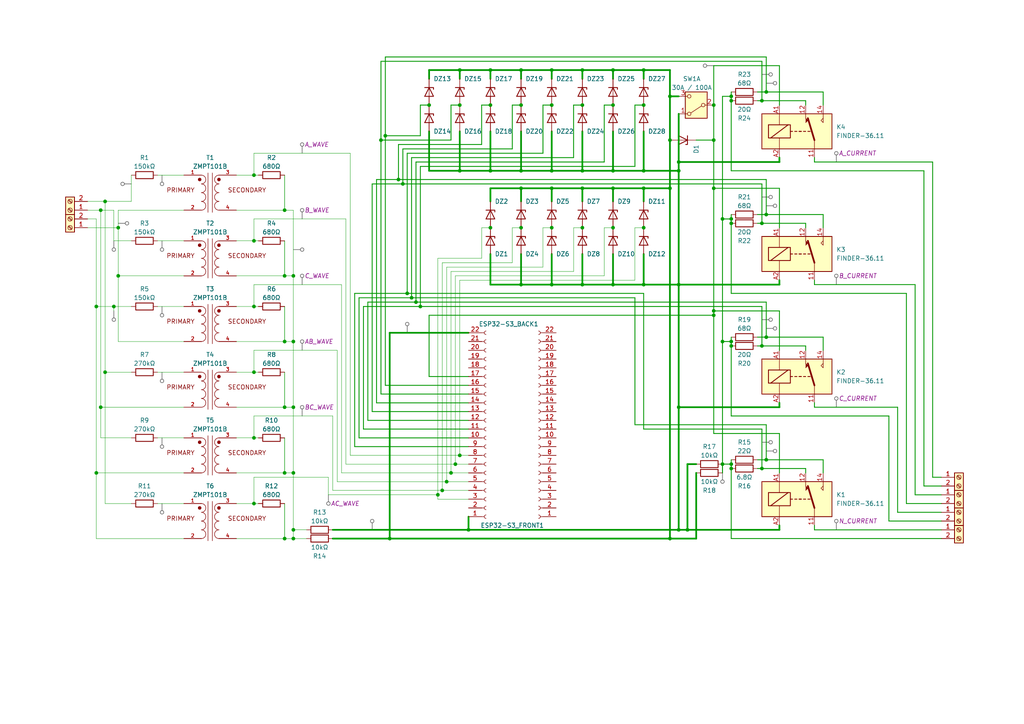
<source format=kicad_sch>
(kicad_sch (version 20230121) (generator eeschema)
  (paper "A4")
  (junction (at 207.01 54.61))
  (junction (at 212.09 135.89))
  (junction (at 212.09 100.33))
  (junction (at 130.81 137.16))
  (junction (at 222.25 62.23))
  (junction (at 133.35 30.48))
  (junction (at 209.55 99.06))
  (junction (at 177.8 30.48))
  (junction (at 132.08 134.62))
  (junction (at 142.24 30.48))
  (junction (at 34.29 66.04))
  (junction (at 142.24 66.04))
  (junction (at 222.25 133.35))
  (junction (at 29.21 118.11))
  (junction (at 209.55 63.5))
  (junction (at 73.66 107.95))
  (junction (at 168.91 30.48))
  (junction (at 177.8 49.53))
  (junction (at 82.55 99.06))
  (junction (at 168.91 66.04))
  (junction (at 128.27 142.24))
  (junction (at 186.69 82.55))
  (junction (at 133.35 49.53))
  (junction (at 82.55 118.11))
  (junction (at 160.02 20.32))
  (junction (at 186.69 30.48))
  (junction (at 151.13 30.48))
  (junction (at 199.39 153.67))
  (junction (at 186.69 20.32))
  (junction (at 186.69 66.04))
  (junction (at 151.13 54.61))
  (junction (at 177.8 82.55))
  (junction (at 212.09 64.77))
  (junction (at 212.09 99.06))
  (junction (at 116.84 53.34))
  (junction (at 85.09 118.11))
  (junction (at 177.8 20.32))
  (junction (at 133.35 20.32))
  (junction (at 207.01 40.64))
  (junction (at 207.01 91.44))
  (junction (at 194.31 156.21))
  (junction (at 220.98 29.21))
  (junction (at 85.09 137.16))
  (junction (at 212.09 27.94))
  (junction (at 110.49 40.64))
  (junction (at 85.09 80.01))
  (junction (at 168.91 54.61))
  (junction (at 212.09 134.62))
  (junction (at 151.13 20.32))
  (junction (at 151.13 49.53))
  (junction (at 196.85 49.53))
  (junction (at 27.94 88.9))
  (junction (at 85.09 156.21))
  (junction (at 33.02 88.9))
  (junction (at 29.21 60.96))
  (junction (at 151.13 66.04))
  (junction (at 85.09 99.06))
  (junction (at 196.85 46.99))
  (junction (at 82.55 80.01))
  (junction (at 212.09 63.5))
  (junction (at 135.89 153.67))
  (junction (at 222.25 26.67))
  (junction (at 220.98 64.77))
  (junction (at 177.8 66.04))
  (junction (at 124.46 30.48))
  (junction (at 220.98 100.33))
  (junction (at 160.02 30.48))
  (junction (at 207.01 90.17))
  (junction (at 194.31 40.64))
  (junction (at 160.02 54.61))
  (junction (at 194.31 27.94))
  (junction (at 222.25 97.79))
  (junction (at 73.66 88.9))
  (junction (at 73.66 146.05))
  (junction (at 73.66 50.8))
  (junction (at 73.66 127))
  (junction (at 168.91 82.55))
  (junction (at 82.55 137.16))
  (junction (at 121.92 88.9))
  (junction (at 186.69 49.53))
  (junction (at 111.76 39.37))
  (junction (at 142.24 20.32))
  (junction (at 160.02 66.04))
  (junction (at 120.65 87.63))
  (junction (at 27.94 137.16))
  (junction (at 113.03 156.21))
  (junction (at 119.38 86.36))
  (junction (at 212.09 29.21))
  (junction (at 118.11 85.09))
  (junction (at 186.69 54.61))
  (junction (at 34.29 80.01))
  (junction (at 177.8 54.61))
  (junction (at 196.85 82.55))
  (junction (at 168.91 20.32))
  (junction (at 129.54 139.7))
  (junction (at 30.48 58.42))
  (junction (at 30.48 107.95))
  (junction (at 115.57 52.07))
  (junction (at 85.09 153.67))
  (junction (at 82.55 60.96))
  (junction (at 160.02 82.55))
  (junction (at 82.55 156.21))
  (junction (at 160.02 49.53))
  (junction (at 127 143.51))
  (junction (at 196.85 153.67))
  (junction (at 209.55 134.62))
  (junction (at 196.85 118.11))
  (junction (at 133.35 132.08))
  (junction (at 151.13 82.55))
  (junction (at 168.91 49.53))
  (junction (at 220.98 135.89))
  (junction (at 207.01 30.48))
  (junction (at 194.31 54.61))
  (junction (at 73.66 69.85))
  (junction (at 142.24 49.53))
  (wire (pts (xy 68.58 146.05) (xy 73.66 146.05)) (stroke (width 0.1)))
  (wire (pts (xy 207.01 19.05) (xy 226.06 19.05)) (stroke (width 0.25)))
  (wire (pts (xy 186.69 85.09) (xy 118.11 85.09)) (stroke (width 0.25)))
  (wire (pts (xy 120.65 46.99) (xy 175.26 46.99)) (stroke (width 0.25)))
  (wire (pts (xy 238.76 97.79) (xy 222.25 97.79)) (stroke (width 0.25)))
  (wire (pts (xy 82.55 146.05) (xy 82.55 156.21)))
  (wire (pts (xy 212.09 85.09) (xy 262.89 85.09)) (stroke (width 0.25)))
  (wire (pts (xy 119.38 86.36) (xy 104.14 86.36)) (stroke (width 0.25)))
  (wire (pts (xy 68.58 156.21) (xy 82.55 156.21)) (stroke (width 0.1)))
  (wire (pts (xy 184.15 81.28) (xy 184.15 66.04)) (stroke (width 0.1)))
  (wire (pts (xy 212.09 134.62) (xy 212.09 135.89)) (stroke (width 0.25)))
  (wire (pts (xy 267.97 49.53) (xy 267.97 140.97)) (stroke (width 0.25)))
  (wire (pts (xy 34.29 99.06) (xy 53.34 99.06)) (stroke (width 0.1)))
  (wire (pts (xy 148.59 66.04) (xy 151.13 66.04)) (stroke (width 0.1)))
  (wire (pts (xy 220.98 135.89) (xy 219.71 135.89)) (stroke (width 0.25)))
  (wire (pts (xy 186.69 20.32) (xy 177.8 20.32)) (stroke (width 0.5)))
  (wire (pts (xy 73.66 63.5) (xy 100.33 63.5)) (stroke (width 0.1)))
  (wire (pts (xy 107.95 53.34) (xy 107.95 119.38)) (stroke (width 0.25)))
  (wire (pts (xy 29.21 60.96) (xy 29.21 118.11)) (stroke (width 0.1)))
  (wire (pts (xy 222.25 97.79) (xy 219.71 97.79)) (stroke (width 0.25)))
  (wire (pts (xy 139.7 66.04) (xy 142.24 66.04)) (stroke (width 0.1)))
  (wire (pts (xy 139.7 30.48) (xy 142.24 30.48)) (stroke (width 0.25)))
  (wire (pts (xy 85.09 118.11) (xy 82.55 118.11)) (stroke (width 0.1)))
  (wire (pts (xy 142.24 49.53) (xy 133.35 49.53)) (stroke (width 0.5)))
  (wire (pts (xy 168.91 54.61) (xy 168.91 58.42)) (stroke (width 0.5)))
  (wire (pts (xy 220.98 29.21) (xy 220.98 17.78)) (stroke (width 0.25)))
  (wire (pts (xy 209.55 134.62) (xy 209.55 137.16)))
  (wire (pts (xy 100.33 134.62) (xy 100.33 63.5)) (stroke (width 0.1)))
  (wire (pts (xy 34.29 60.96) (xy 34.29 66.04)) (stroke (width 0.1)))
  (wire (pts (xy 222.25 133.35) (xy 219.71 133.35)) (stroke (width 0.25)))
  (wire (pts (xy 128.27 142.24) (xy 96.52 142.24)) (stroke (width 0.1)))
  (wire (pts (xy 168.91 20.32) (xy 160.02 20.32)) (stroke (width 0.5)))
  (wire (pts (xy 151.13 38.1) (xy 151.13 49.53)) (stroke (width 0.5)))
  (wire (pts (xy 207.01 54.61) (xy 226.06 54.61)) (stroke (width 0.25)))
  (wire (pts (xy 68.58 127) (xy 73.66 127)) (stroke (width 0.1)))
  (wire (pts (xy 157.48 30.48) (xy 160.02 30.48)) (stroke (width 0.25)))
  (wire (pts (xy 177.8 82.55) (xy 177.8 73.66)) (stroke (width 0.5)))
  (wire (pts (xy 186.69 82.55) (xy 186.69 73.66)) (stroke (width 0.5)))
  (wire (pts (xy 207.01 30.48) (xy 207.01 40.64)) (stroke (width 0.25)))
  (wire (pts (xy 199.39 134.62) (xy 201.93 134.62)) (stroke (width 0.5)))
  (wire (pts (xy 127 144.78) (xy 135.89 144.78)) (stroke (width 0.1)))
  (wire (pts (xy 128.27 142.24) (xy 128.27 76.2)) (stroke (width 0.1)))
  (wire (pts (xy 260.35 148.59) (xy 273.05 148.59)) (stroke (width 0.25)))
  (wire (pts (xy 148.59 43.18) (xy 148.59 30.48)) (stroke (width 0.25)))
  (wire (pts (xy 142.24 20.32) (xy 142.24 22.86)) (stroke (width 0.5)))
  (wire (pts (xy 207.01 54.61) (xy 207.01 90.17)) (stroke (width 0.25)))
  (wire (pts (xy 127 74.93) (xy 139.7 74.93)) (stroke (width 0.1)))
  (wire (pts (xy 68.58 107.95) (xy 73.66 107.95)) (stroke (width 0.1)))
  (wire (pts (xy 135.89 137.16) (xy 130.81 137.16)) (stroke (width 0.1)))
  (wire (pts (xy 194.31 27.94) (xy 194.31 20.32)) (stroke (width 0.5)))
  (wire (pts (xy 33.02 69.85) (xy 38.1 69.85)) (stroke (width 0.1)))
  (wire (pts (xy 233.68 66.04) (xy 233.68 64.77)) (stroke (width 0.25)))
  (wire (pts (xy 132.08 80.01) (xy 175.26 80.01)) (stroke (width 0.1)))
  (wire (pts (xy 222.25 26.67) (xy 219.71 26.67)) (stroke (width 0.25)))
  (wire (pts (xy 119.38 86.36) (xy 119.38 45.72)) (stroke (width 0.25)))
  (wire (pts (xy 121.92 39.37) (xy 121.92 30.48)) (stroke (width 0.25)))
  (wire (pts (xy 95.25 138.43) (xy 95.25 143.51)) (stroke (width 0.1)))
  (wire (pts (xy 113.03 156.21) (xy 194.31 156.21)) (stroke (width 0.5)))
  (wire (pts (xy 96.52 153.67) (xy 135.89 153.67)) (stroke (width 0.5)))
  (wire (pts (xy 27.94 88.9) (xy 27.94 137.16)) (stroke (width 0.1)))
  (wire (pts (xy 82.55 137.16) (xy 68.58 137.16)) (stroke (width 0.1)))
  (wire (pts (xy 121.92 88.9) (xy 105.41 88.9)) (stroke (width 0.25)))
  (wire (pts (xy 102.87 129.54) (xy 135.89 129.54)) (stroke (width 0.25)))
  (wire (pts (xy 168.91 49.53) (xy 168.91 38.1)) (stroke (width 0.5)))
  (wire (pts (xy 196.85 82.55) (xy 226.06 82.55)) (stroke (width 0.5)))
  (wire (pts (xy 85.09 60.96) (xy 85.09 80.01)) (stroke (width 0.1)))
  (wire (pts (xy 118.11 85.09) (xy 118.11 44.45)) (stroke (width 0.25)))
  (wire (pts (xy 186.69 124.46) (xy 186.69 85.09)) (stroke (width 0.25)))
  (wire (pts (xy 73.66 138.43) (xy 73.66 146.05)) (stroke (width 0.1)))
  (wire (pts (xy 45.72 88.9) (xy 53.34 88.9)) (stroke (width 0.1)))
  (wire (pts (xy 120.65 87.63) (xy 106.68 87.63)) (stroke (width 0.25)))
  (wire (pts (xy 151.13 20.32) (xy 151.13 22.86)) (stroke (width 0.5)))
  (wire (pts (xy 111.76 111.76) (xy 135.89 111.76)) (stroke (width 0.25)))
  (wire (pts (xy 85.09 118.11) (xy 85.09 137.16)) (stroke (width 0.1)))
  (wire (pts (xy 121.92 88.9) (xy 121.92 48.26)) (stroke (width 0.25)))
  (wire (pts (xy 220.98 100.33) (xy 219.71 100.33)) (stroke (width 0.25)))
  (wire (pts (xy 30.48 58.42) (xy 38.1 58.42)) (stroke (width 0.1)))
  (wire (pts (xy 265.43 143.51) (xy 273.05 143.51)) (stroke (width 0.25)))
  (wire (pts (xy 45.72 107.95) (xy 53.34 107.95)) (stroke (width 0.1)))
  (wire (pts (xy 118.11 85.09) (xy 102.87 85.09)) (stroke (width 0.25)))
  (wire (pts (xy 82.55 80.01) (xy 68.58 80.01)) (stroke (width 0.1)))
  (wire (pts (xy 110.49 114.3) (xy 135.89 114.3)) (stroke (width 0.25)))
  (wire (pts (xy 207.01 90.17) (xy 207.01 91.44)) (stroke (width 0.25)))
  (wire (pts (xy 222.25 123.19) (xy 184.15 123.19)) (stroke (width 0.25)))
  (wire (pts (xy 88.9 153.67) (xy 85.09 153.67)) (stroke (width 0.1)))
  (wire (pts (xy 236.22 118.11) (xy 260.35 118.11)) (stroke (width 0.25)))
  (wire (pts (xy 212.09 62.23) (xy 212.09 63.5)) (stroke (width 0.25)))
  (wire (pts (xy 133.35 81.28) (xy 184.15 81.28)) (stroke (width 0.1)))
  (wire (pts (xy 209.55 137.16) (xy 209.55 134.62)) (stroke (width 0.25)))
  (wire (pts (xy 34.29 80.01) (xy 53.34 80.01)) (stroke (width 0.1)))
  (wire (pts (xy 151.13 49.53) (xy 142.24 49.53)) (stroke (width 0.5)))
  (wire (pts (xy 160.02 49.53) (xy 151.13 49.53)) (stroke (width 0.5)))
  (wire (pts (xy 184.15 123.19) (xy 184.15 86.36)) (stroke (width 0.25)))
  (wire (pts (xy 88.9 156.21) (xy 85.09 156.21)) (stroke (width 0.1)))
  (wire (pts (xy 212.09 100.33) (xy 212.09 99.06)))
  (wire (pts (xy 186.69 49.53) (xy 186.69 38.1)) (stroke (width 0.5)))
  (wire (pts (xy 186.69 54.61) (xy 186.69 58.42)) (stroke (width 0.5)))
  (wire (pts (xy 212.09 64.77) (xy 212.09 85.09)) (stroke (width 0.25)))
  (wire (pts (xy 116.84 53.34) (xy 116.84 43.18)) (stroke (width 0.25)))
  (wire (pts (xy 124.46 20.32) (xy 124.46 22.86)) (stroke (width 0.5)))
  (wire (pts (xy 82.55 60.96) (xy 68.58 60.96)) (stroke (width 0.1)))
  (wire (pts (xy 220.98 124.46) (xy 186.69 124.46)) (stroke (width 0.25)))
  (wire (pts (xy 128.27 76.2) (xy 148.59 76.2)) (stroke (width 0.1)))
  (wire (pts (xy 196.85 49.53) (xy 196.85 82.55)) (stroke (width 0.5)))
  (wire (pts (xy 73.66 44.45) (xy 101.6 44.45)) (stroke (width 0.1)))
  (wire (pts (xy 177.8 54.61) (xy 177.8 58.42)) (stroke (width 0.5)))
  (wire (pts (xy 265.43 82.55) (xy 265.43 143.51)) (stroke (width 0.25)))
  (wire (pts (xy 220.98 17.78) (xy 110.49 17.78)) (stroke (width 0.25)))
  (wire (pts (xy 30.48 107.95) (xy 30.48 146.05)) (stroke (width 0.1)))
  (wire (pts (xy 85.09 99.06) (xy 85.09 118.11)) (stroke (width 0.1)))
  (wire (pts (xy 73.66 63.5) (xy 73.66 69.85)) (stroke (width 0.1)))
  (wire (pts (xy 186.69 49.53) (xy 196.85 49.53)) (stroke (width 0.5)))
  (wire (pts (xy 132.08 134.62) (xy 100.33 134.62)) (stroke (width 0.1)))
  (wire (pts (xy 139.7 74.93) (xy 139.7 66.04)) (stroke (width 0.1)))
  (wire (pts (xy 142.24 38.1) (xy 142.24 49.53)) (stroke (width 0.5)))
  (wire (pts (xy 34.29 60.96) (xy 53.34 60.96)) (stroke (width 0.1)))
  (wire (pts (xy 130.81 40.64) (xy 130.81 30.48)) (stroke (width 0.25)))
  (wire (pts (xy 133.35 132.08) (xy 135.89 132.08)) (stroke (width 0.1)))
  (wire (pts (xy 73.66 101.6) (xy 97.79 101.6)) (stroke (width 0.1)))
  (wire (pts (xy 45.72 146.05) (xy 53.34 146.05)) (stroke (width 0.1)))
  (wire (pts (xy 106.68 121.92) (xy 135.89 121.92)) (stroke (width 0.25)))
  (wire (pts (xy 236.22 81.28) (xy 236.22 82.55)) (stroke (width 0.25)))
  (wire (pts (xy 160.02 54.61) (xy 160.02 58.42)) (stroke (width 0.5)))
  (wire (pts (xy 220.98 29.21) (xy 219.71 29.21)) (stroke (width 0.25)))
  (wire (pts (xy 168.91 54.61) (xy 177.8 54.61)) (stroke (width 0.5)))
  (wire (pts (xy 212.09 29.21) (xy 212.09 49.53)) (stroke (width 0.25)))
  (wire (pts (xy 129.54 77.47) (xy 157.48 77.47)) (stroke (width 0.1)))
  (wire (pts (xy 209.55 134.62) (xy 209.55 99.06)) (stroke (width 0.25)))
  (wire (pts (xy 262.89 85.09) (xy 262.89 146.05)) (stroke (width 0.25)))
  (wire (pts (xy 212.09 100.33) (xy 212.09 99.06)) (stroke (width 0.25)))
  (wire (pts (xy 73.66 44.45) (xy 73.66 50.8)) (stroke (width 0.1)))
  (wire (pts (xy 73.66 82.55) (xy 99.06 82.55)) (stroke (width 0.1)))
  (wire (pts (xy 33.02 90.17) (xy 33.02 88.9)) (stroke (width 0.1)))
  (wire (pts (xy 73.66 101.6) (xy 73.66 107.95)) (stroke (width 0.1)))
  (wire (pts (xy 166.37 78.74) (xy 166.37 66.04)) (stroke (width 0.1)))
  (wire (pts (xy 196.85 46.99) (xy 196.85 49.53)) (stroke (width 0.5)))
  (wire (pts (xy 212.09 100.33) (xy 212.09 120.65)) (stroke (width 0.25)))
  (wire (pts (xy 177.8 49.53) (xy 168.91 49.53)) (stroke (width 0.5)))
  (wire (pts (xy 82.55 88.9) (xy 82.55 99.06)))
  (wire (pts (xy 130.81 137.16) (xy 99.06 137.16)) (stroke (width 0.1)))
  (wire (pts (xy 238.76 133.35) (xy 222.25 133.35)) (stroke (width 0.25)))
  (wire (pts (xy 166.37 30.48) (xy 168.91 30.48)) (stroke (width 0.25)))
  (wire (pts (xy 209.55 99.06) (xy 212.09 99.06)) (stroke (width 0.25)))
  (wire (pts (xy 151.13 54.61) (xy 160.02 54.61)) (stroke (width 0.5)))
  (wire (pts (xy 209.55 134.62) (xy 212.09 134.62)) (stroke (width 0.25)))
  (wire (pts (xy 129.54 139.7) (xy 129.54 77.47)) (stroke (width 0.1)))
  (wire (pts (xy 130.81 78.74) (xy 166.37 78.74)) (stroke (width 0.1)))
  (wire (pts (xy 238.76 66.04) (xy 238.76 62.23)) (stroke (width 0.25)))
  (wire (pts (xy 212.09 49.53) (xy 267.97 49.53)) (stroke (width 0.25)))
  (wire (pts (xy 194.31 27.94) (xy 194.31 40.64)) (stroke (width 0.5)))
  (wire (pts (xy 236.22 45.72) (xy 236.22 46.99)) (stroke (width 0.25)))
  (wire (pts (xy 30.48 58.42) (xy 30.48 107.95)) (stroke (width 0.1)))
  (wire (pts (xy 105.41 124.46) (xy 135.89 124.46)) (stroke (width 0.25)))
  (wire (pts (xy 73.66 120.65) (xy 96.52 120.65)) (stroke (width 0.1)))
  (wire (pts (xy 196.85 153.67) (xy 196.85 118.11)) (stroke (width 0.5)))
  (wire (pts (xy 120.65 87.63) (xy 120.65 46.99)) (stroke (width 0.25)))
  (wire (pts (xy 226.06 19.05) (xy 226.06 30.48)) (stroke (width 0.25)))
  (wire (pts (xy 270.51 46.99) (xy 270.51 138.43)) (stroke (width 0.25)))
  (wire (pts (xy 132.08 134.62) (xy 132.08 80.01)) (stroke (width 0.1)))
  (wire (pts (xy 142.24 82.55) (xy 151.13 82.55)) (stroke (width 0.5)))
  (wire (pts (xy 236.22 153.67) (xy 273.05 153.67)) (stroke (width 0.25)))
  (wire (pts (xy 133.35 20.32) (xy 124.46 20.32)) (stroke (width 0.5)))
  (wire (pts (xy 85.09 80.01) (xy 82.55 80.01)) (stroke (width 0.1)))
  (wire (pts (xy 212.09 64.77) (xy 212.09 63.5)))
  (wire (pts (xy 177.8 38.1) (xy 177.8 49.53)) (stroke (width 0.5)))
  (wire (pts (xy 73.66 88.9) (xy 74.93 88.9)) (stroke (width 0.1)))
  (wire (pts (xy 226.06 82.55) (xy 226.06 81.28)) (stroke (width 0.5)))
  (wire (pts (xy 27.94 88.9) (xy 33.02 88.9)) (stroke (width 0.1)))
  (wire (pts (xy 27.94 156.21) (xy 53.34 156.21)) (stroke (width 0.1)))
  (wire (pts (xy 85.09 153.67) (xy 85.09 156.21)) (stroke (width 0.1)))
  (wire (pts (xy 209.55 63.5) (xy 209.55 27.94)) (stroke (width 0.25)))
  (wire (pts (xy 168.91 20.32) (xy 168.91 22.86)) (stroke (width 0.5)))
  (wire (pts (xy 25.4 60.96) (xy 29.21 60.96)) (stroke (width 0.1)))
  (wire (pts (xy 175.26 66.04) (xy 177.8 66.04)) (stroke (width 0.1)))
  (wire (pts (xy 157.48 44.45) (xy 157.48 30.48)) (stroke (width 0.25)))
  (wire (pts (xy 196.85 153.67) (xy 199.39 153.67)) (stroke (width 0.5)))
  (wire (pts (xy 105.41 88.9) (xy 105.41 124.46)) (stroke (width 0.25)))
  (wire (pts (xy 209.55 27.94) (xy 212.09 27.94)) (stroke (width 0.25)))
  (wire (pts (xy 127 143.51) (xy 127 144.78)) (stroke (width 0.1)))
  (wire (pts (xy 196.85 82.55) (xy 186.69 82.55)) (stroke (width 0.5)))
  (wire (pts (xy 175.26 30.48) (xy 177.8 30.48)) (stroke (width 0.25)))
  (wire (pts (xy 133.35 49.53) (xy 133.35 38.1)) (stroke (width 0.5)))
  (wire (pts (xy 233.68 135.89) (xy 220.98 135.89)) (stroke (width 0.25)))
  (wire (pts (xy 184.15 86.36) (xy 119.38 86.36)) (stroke (width 0.25)))
  (wire (pts (xy 236.22 46.99) (xy 270.51 46.99)) (stroke (width 0.25)))
  (wire (pts (xy 85.09 60.96) (xy 82.55 60.96)) (stroke (width 0.1)))
  (wire (pts (xy 133.35 49.53) (xy 124.46 49.53)) (stroke (width 0.5)))
  (wire (pts (xy 212.09 135.89) (xy 212.09 134.62)))
  (wire (pts (xy 212.09 97.79) (xy 212.09 99.06)) (stroke (width 0.25)))
  (wire (pts (xy 116.84 43.18) (xy 148.59 43.18)) (stroke (width 0.25)))
  (wire (pts (xy 220.98 100.33) (xy 220.98 88.9)) (stroke (width 0.25)))
  (wire (pts (xy 220.98 64.77) (xy 219.71 64.77)) (stroke (width 0.25)))
  (wire (pts (xy 177.8 20.32) (xy 177.8 22.86)) (stroke (width 0.5)))
  (wire (pts (xy 157.48 66.04) (xy 160.02 66.04)) (stroke (width 0.1)))
  (wire (pts (xy 29.21 118.11) (xy 29.21 127)) (stroke (width 0.1)))
  (wire (pts (xy 220.98 53.34) (xy 116.84 53.34)) (stroke (width 0.25)))
  (wire (pts (xy 118.11 44.45) (xy 157.48 44.45)) (stroke (width 0.25)))
  (wire (pts (xy 184.15 30.48) (xy 186.69 30.48)) (stroke (width 0.25)))
  (wire (pts (xy 110.49 40.64) (xy 110.49 114.3)) (stroke (width 0.25)))
  (wire (pts (xy 129.54 139.7) (xy 97.79 139.7)) (stroke (width 0.1)))
  (wire (pts (xy 233.68 101.6) (xy 233.68 100.33)) (stroke (width 0.25)))
  (wire (pts (xy 96.52 156.21) (xy 113.03 156.21)) (stroke (width 0.5)))
  (wire (pts (xy 236.22 82.55) (xy 265.43 82.55)) (stroke (width 0.25)))
  (wire (pts (xy 222.25 52.07) (xy 222.25 62.23)) (stroke (width 0.25)))
  (wire (pts (xy 238.76 62.23) (xy 222.25 62.23)) (stroke (width 0.25)))
  (wire (pts (xy 212.09 156.21) (xy 273.05 156.21)) (stroke (width 0.25)))
  (wire (pts (xy 104.14 127) (xy 135.89 127)) (stroke (width 0.25)))
  (wire (pts (xy 186.69 54.61) (xy 194.31 54.61)) (stroke (width 0.5)))
  (wire (pts (xy 222.25 62.23) (xy 219.71 62.23)) (stroke (width 0.25)))
  (wire (pts (xy 104.14 86.36) (xy 104.14 127)) (stroke (width 0.25)))
  (wire (pts (xy 101.6 132.08) (xy 133.35 132.08)) (stroke (width 0.1)))
  (wire (pts (xy 222.25 87.63) (xy 120.65 87.63)) (stroke (width 0.25)))
  (wire (pts (xy 233.68 64.77) (xy 220.98 64.77)) (stroke (width 0.25)))
  (wire (pts (xy 220.98 88.9) (xy 121.92 88.9)) (stroke (width 0.25)))
  (wire (pts (xy 207.01 90.17) (xy 226.06 90.17)) (stroke (width 0.25)))
  (wire (pts (xy 30.48 146.05) (xy 38.1 146.05)) (stroke (width 0.1)))
  (wire (pts (xy 207.01 125.73) (xy 226.06 125.73)) (stroke (width 0.25)))
  (wire (pts (xy 85.09 99.06) (xy 82.55 99.06)) (stroke (width 0.1)))
  (wire (pts (xy 207.01 91.44) (xy 207.01 125.73)) (stroke (width 0.25)))
  (wire (pts (xy 226.06 125.73) (xy 226.06 137.16)) (stroke (width 0.25)))
  (wire (pts (xy 107.95 119.38) (xy 135.89 119.38)) (stroke (width 0.25)))
  (wire (pts (xy 82.55 99.06) (xy 68.58 99.06)) (stroke (width 0.1)))
  (wire (pts (xy 151.13 54.61) (xy 151.13 58.42)) (stroke (width 0.5)))
  (wire (pts (xy 212.09 133.35) (xy 212.09 134.62)) (stroke (width 0.25)))
  (wire (pts (xy 68.58 88.9) (xy 73.66 88.9)) (stroke (width 0.1)))
  (wire (pts (xy 238.76 137.16) (xy 238.76 133.35)) (stroke (width 0.25)))
  (wire (pts (xy 139.7 41.91) (xy 139.7 30.48)) (stroke (width 0.25)))
  (wire (pts (xy 73.66 127) (xy 74.93 127)) (stroke (width 0.1)))
  (wire (pts (xy 220.98 135.89) (xy 220.98 124.46)) (stroke (width 0.25)))
  (wire (pts (xy 127 143.51) (xy 127 74.93)) (stroke (width 0.1)))
  (wire (pts (xy 113.03 96.52) (xy 113.03 156.21)) (stroke (width 0.5)))
  (wire (pts (xy 115.57 52.07) (xy 109.22 52.07)) (stroke (width 0.25)))
  (wire (pts (xy 196.85 118.11) (xy 226.06 118.11)) (stroke (width 0.5)))
  (wire (pts (xy 85.09 80.01) (xy 85.09 99.06)) (stroke (width 0.1)))
  (wire (pts (xy 222.25 26.67) (xy 222.25 16.51)) (stroke (width 0.25)))
  (wire (pts (xy 238.76 101.6) (xy 238.76 97.79)) (stroke (width 0.25)))
  (wire (pts (xy 109.22 52.07) (xy 109.22 116.84)) (stroke (width 0.25)))
  (wire (pts (xy 82.55 69.85) (xy 82.55 80.01)))
  (wire (pts (xy 233.68 29.21) (xy 220.98 29.21)) (stroke (width 0.25)))
  (wire (pts (xy 111.76 39.37) (xy 111.76 111.76)) (stroke (width 0.25)))
  (wire (pts (xy 236.22 153.67) (xy 236.22 152.4)) (stroke (width 0.25)))
  (wire (pts (xy 160.02 38.1) (xy 160.02 49.53)) (stroke (width 0.5)))
  (wire (pts (xy 142.24 54.61) (xy 151.13 54.61)) (stroke (width 0.5)))
  (wire (pts (xy 29.21 60.96) (xy 33.02 60.96)) (stroke (width 0.1)))
  (wire (pts (xy 267.97 140.97) (xy 273.05 140.97)) (stroke (width 0.25)))
  (wire (pts (xy 194.31 20.32) (xy 186.69 20.32)) (stroke (width 0.5)))
  (wire (pts (xy 95.25 143.51) (xy 127 143.51)) (stroke (width 0.1)))
  (wire (pts (xy 194.31 40.64) (xy 194.31 54.61)) (stroke (width 0.5)))
  (wire (pts (xy 207.01 19.05) (xy 207.01 30.48)) (stroke (width 0.25)))
  (wire (pts (xy 160.02 82.55) (xy 168.91 82.55)) (stroke (width 0.5)))
  (wire (pts (xy 260.35 118.11) (xy 260.35 148.59)) (stroke (width 0.25)))
  (wire (pts (xy 111.76 16.51) (xy 111.76 39.37)) (stroke (width 0.25)))
  (wire (pts (xy 135.89 149.86) (xy 135.89 153.67)) (stroke (width 0.5)))
  (wire (pts (xy 212.09 135.89) (xy 212.09 156.21)) (stroke (width 0.25)))
  (wire (pts (xy 142.24 54.61) (xy 142.24 58.42)) (stroke (width 0.5)))
  (wire (pts (xy 222.25 133.35) (xy 222.25 123.19)) (stroke (width 0.25)))
  (wire (pts (xy 45.72 69.85) (xy 53.34 69.85)) (stroke (width 0.1)))
  (wire (pts (xy 27.94 88.9) (xy 27.94 63.5)) (stroke (width 0.1)))
  (wire (pts (xy 115.57 52.07) (xy 115.57 41.91)) (stroke (width 0.25)))
  (wire (pts (xy 130.81 30.48) (xy 133.35 30.48)) (stroke (width 0.25)))
  (wire (pts (xy 233.68 30.48) (xy 233.68 29.21)) (stroke (width 0.25)))
  (wire (pts (xy 222.25 52.07) (xy 115.57 52.07)) (stroke (width 0.25)))
  (wire (pts (xy 212.09 26.67) (xy 212.09 27.94)) (stroke (width 0.25)))
  (wire (pts (xy 151.13 82.55) (xy 160.02 82.55)) (stroke (width 0.5)))
  (wire (pts (xy 135.89 139.7) (xy 129.54 139.7)) (stroke (width 0.1)))
  (wire (pts (xy 25.4 66.04) (xy 34.29 66.04)) (stroke (width 0.1)))
  (wire (pts (xy 212.09 63.5) (xy 212.09 64.77)) (stroke (width 0.25)))
  (wire (pts (xy 82.55 156.21) (xy 85.09 156.21)) (stroke (width 0.1)))
  (wire (pts (xy 196.85 46.99) (xy 226.06 46.99)) (stroke (width 0.5)))
  (wire (pts (xy 194.31 54.61) (xy 194.31 156.21)) (stroke (width 0.5)))
  (wire (pts (xy 25.4 58.42) (xy 30.48 58.42)) (stroke (width 0.1)))
  (wire (pts (xy 29.21 118.11) (xy 53.34 118.11)) (stroke (width 0.1)))
  (wire (pts (xy 222.25 97.79) (xy 222.25 87.63)) (stroke (width 0.25)))
  (wire (pts (xy 148.59 76.2) (xy 148.59 66.04)) (stroke (width 0.1)))
  (wire (pts (xy 168.91 82.55) (xy 177.8 82.55)) (stroke (width 0.5)))
  (wire (pts (xy 133.35 132.08) (xy 133.35 81.28)) (stroke (width 0.1)))
  (wire (pts (xy 196.85 82.55) (xy 196.85 118.11)) (stroke (width 0.5)))
  (wire (pts (xy 177.8 20.32) (xy 168.91 20.32)) (stroke (width 0.5)))
  (wire (pts (xy 111.76 39.37) (xy 121.92 39.37)) (stroke (width 0.25)))
  (wire (pts (xy 186.69 20.32) (xy 186.69 22.86)) (stroke (width 0.5)))
  (wire (pts (xy 97.79 139.7) (xy 97.79 101.6)) (stroke (width 0.1)))
  (wire (pts (xy 119.38 45.72) (xy 166.37 45.72)) (stroke (width 0.25)))
  (wire (pts (xy 73.66 82.55) (xy 73.66 88.9)) (stroke (width 0.1)))
  (wire (pts (xy 160.02 82.55) (xy 160.02 73.66)) (stroke (width 0.5)))
  (wire (pts (xy 29.21 127) (xy 38.1 127)) (stroke (width 0.1)))
  (wire (pts (xy 233.68 137.16) (xy 233.68 135.89)) (stroke (width 0.25)))
  (wire (pts (xy 82.55 118.11) (xy 68.58 118.11)) (stroke (width 0.1)))
  (wire (pts (xy 168.91 49.53) (xy 160.02 49.53)) (stroke (width 0.5)))
  (wire (pts (xy 68.58 69.85) (xy 73.66 69.85)) (stroke (width 0.1)))
  (wire (pts (xy 124.46 91.44) (xy 124.46 109.22)) (stroke (width 0.25)))
  (wire (pts (xy 270.51 138.43) (xy 273.05 138.43)) (stroke (width 0.25)))
  (wire (pts (xy 133.35 20.32) (xy 133.35 22.86)) (stroke (width 0.5)))
  (wire (pts (xy 226.06 118.11) (xy 226.06 116.84)) (stroke (width 0.5)))
  (wire (pts (xy 148.59 30.48) (xy 151.13 30.48)) (stroke (width 0.25)))
  (wire (pts (xy 142.24 20.32) (xy 133.35 20.32)) (stroke (width 0.5)))
  (wire (pts (xy 121.92 30.48) (xy 124.46 30.48)) (stroke (width 0.25)))
  (wire (pts (xy 201.93 40.64) (xy 207.01 40.64)) (stroke (width 0.25)))
  (wire (pts (xy 226.06 90.17) (xy 226.06 101.6)) (stroke (width 0.25)))
  (wire (pts (xy 142.24 82.55) (xy 142.24 73.66)) (stroke (width 0.5)))
  (wire (pts (xy 99.06 137.16) (xy 99.06 82.55)) (stroke (width 0.1)))
  (wire (pts (xy 85.09 137.16) (xy 82.55 137.16)) (stroke (width 0.1)))
  (wire (pts (xy 85.09 137.16) (xy 85.09 153.67)) (stroke (width 0.1)))
  (wire (pts (xy 177.8 82.55) (xy 186.69 82.55)) (stroke (width 0.5)))
  (wire (pts (xy 233.68 100.33) (xy 220.98 100.33)) (stroke (width 0.25)))
  (wire (pts (xy 73.66 120.65) (xy 73.66 127)) (stroke (width 0.1)))
  (wire (pts (xy 209.55 63.5) (xy 209.55 99.06)) (stroke (width 0.25)))
  (wire (pts (xy 68.58 50.8) (xy 73.66 50.8)) (stroke (width 0.1)))
  (wire (pts (xy 199.39 134.62) (xy 199.39 153.67)) (stroke (width 0.5)))
  (wire (pts (xy 45.72 50.8) (xy 53.34 50.8)) (stroke (width 0.1)))
  (wire (pts (xy 186.69 49.53) (xy 177.8 49.53)) (stroke (width 0.5)))
  (wire (pts (xy 262.89 146.05) (xy 273.05 146.05)) (stroke (width 0.25)))
  (wire (pts (xy 238.76 26.67) (xy 222.25 26.67)) (stroke (width 0.25)))
  (wire (pts (xy 73.66 146.05) (xy 74.93 146.05)) (stroke (width 0.1)))
  (wire (pts (xy 209.55 63.5) (xy 212.09 63.5)) (stroke (width 0.25)))
  (wire (pts (xy 102.87 85.09) (xy 102.87 129.54)) (stroke (width 0.25)))
  (wire (pts (xy 130.81 137.16) (xy 130.81 78.74)) (stroke (width 0.1)))
  (wire (pts (xy 184.15 48.26) (xy 184.15 30.48)) (stroke (width 0.25)))
  (wire (pts (xy 135.89 153.67) (xy 196.85 153.67)) (stroke (width 0.5)))
  (wire (pts (xy 226.06 46.99) (xy 226.06 45.72)) (stroke (width 0.5)))
  (wire (pts (xy 27.94 63.5) (xy 25.4 63.5)) (stroke (width 0.1)))
  (wire (pts (xy 95.25 138.43) (xy 73.66 138.43)) (stroke (width 0.1)))
  (wire (pts (xy 135.89 134.62) (xy 132.08 134.62)) (stroke (width 0.1)))
  (wire (pts (xy 73.66 107.95) (xy 74.93 107.95)) (stroke (width 0.1)))
  (wire (pts (xy 212.09 120.65) (xy 257.81 120.65)) (stroke (width 0.25)))
  (wire (pts (xy 45.72 127) (xy 53.34 127)) (stroke (width 0.1)))
  (wire (pts (xy 73.66 50.8) (xy 74.93 50.8)) (stroke (width 0.1)))
  (wire (pts (xy 135.89 142.24) (xy 128.27 142.24)) (stroke (width 0.1)))
  (wire (pts (xy 124.46 109.22) (xy 135.89 109.22)) (stroke (width 0.25)))
  (wire (pts (xy 238.76 30.48) (xy 238.76 26.67)) (stroke (width 0.25)))
  (wire (pts (xy 212.09 29.21) (xy 212.09 27.94)))
  (wire (pts (xy 201.93 137.16) (xy 201.93 156.21)) (stroke (width 0.5)))
  (wire (pts (xy 27.94 137.16) (xy 27.94 156.21)) (stroke (width 0.1)))
  (wire (pts (xy 226.06 153.67) (xy 226.06 152.4)) (stroke (width 0.5)))
  (wire (pts (xy 34.29 66.04) (xy 34.29 80.01)) (stroke (width 0.1)))
  (wire (pts (xy 212.09 27.94) (xy 212.09 29.21)) (stroke (width 0.25)))
  (wire (pts (xy 27.94 137.16) (xy 53.34 137.16)) (stroke (width 0.1)))
  (wire (pts (xy 115.57 41.91) (xy 139.7 41.91)) (stroke (width 0.25)))
  (wire (pts (xy 220.98 53.34) (xy 220.98 64.77)) (stroke (width 0.25)))
  (wire (pts (xy 157.48 77.47) (xy 157.48 66.04)) (stroke (width 0.1)))
  (wire (pts (xy 82.55 50.8) (xy 82.55 60.96)))
  (wire (pts (xy 73.66 69.85) (xy 74.93 69.85)) (stroke (width 0.1)))
  (wire (pts (xy 110.49 17.78) (xy 110.49 40.64)) (stroke (width 0.25)))
  (wire (pts (xy 33.02 88.9) (xy 38.1 88.9)) (stroke (width 0.1)))
  (wire (pts (xy 166.37 66.04) (xy 168.91 66.04)) (stroke (width 0.1)))
  (wire (pts (xy 166.37 45.72) (xy 166.37 30.48)) (stroke (width 0.25)))
  (wire (pts (xy 33.02 60.96) (xy 33.02 69.85)) (stroke (width 0.1)))
  (wire (pts (xy 121.92 48.26) (xy 184.15 48.26)) (stroke (width 0.25)))
  (wire (pts (xy 116.84 53.34) (xy 107.95 53.34)) (stroke (width 0.25)))
  (wire (pts (xy 222.25 16.51) (xy 111.76 16.51)) (stroke (width 0.25)))
  (wire (pts (xy 175.26 80.01) (xy 175.26 66.04)) (stroke (width 0.1)))
  (wire (pts (xy 38.1 58.42) (xy 38.1 50.8)) (stroke (width 0.1)))
  (wire (pts (xy 175.26 46.99) (xy 175.26 30.48)) (stroke (width 0.25)))
  (wire (pts (xy 113.03 96.52) (xy 135.89 96.52)) (stroke (width 0.5)))
  (wire (pts (xy 199.39 153.67) (xy 226.06 153.67)) (stroke (width 0.5)))
  (wire (pts (xy 194.31 27.94) (xy 196.85 27.94)) (stroke (width 0.5)))
  (wire (pts (xy 160.02 20.32) (xy 151.13 20.32)) (stroke (width 0.5)))
  (wire (pts (xy 168.91 82.55) (xy 168.91 73.66)) (stroke (width 0.5)))
  (wire (pts (xy 124.46 38.1) (xy 124.46 49.53)) (stroke (width 0.5)))
  (wire (pts (xy 207.01 91.44) (xy 124.46 91.44)) (stroke (width 0.25)))
  (wire (pts (xy 151.13 20.32) (xy 142.24 20.32)) (stroke (width 0.5)))
  (wire (pts (xy 82.55 127) (xy 82.55 137.16)))
  (wire (pts (xy 194.31 156.21) (xy 201.93 156.21)) (stroke (width 0.5)))
  (wire (pts (xy 110.49 40.64) (xy 130.81 40.64)) (stroke (width 0.25)))
  (wire (pts (xy 236.22 116.84) (xy 236.22 118.11)) (stroke (width 0.25)))
  (wire (pts (xy 226.06 54.61) (xy 226.06 66.04)) (stroke (width 0.25)))
  (wire (pts (xy 207.01 40.64) (xy 207.01 54.61)) (stroke (width 0.25)))
  (wire (pts (xy 160.02 54.61) (xy 168.91 54.61)) (stroke (width 0.5)))
  (wire (pts (xy 257.81 120.65) (xy 257.81 151.13)) (stroke (width 0.25)))
  (wire (pts (xy 82.55 107.95) (xy 82.55 118.11)))
  (wire (pts (xy 196.85 33.02) (xy 196.85 46.99)) (stroke (width 0.5)))
  (wire (pts (xy 160.02 20.32) (xy 160.02 22.86)) (stroke (width 0.5)))
  (wire (pts (xy 109.22 116.84) (xy 135.89 116.84)) (stroke (width 0.25)))
  (wire (pts (xy 177.8 54.61) (xy 186.69 54.61)) (stroke (width 0.5)))
  (wire (pts (xy 101.6 44.45) (xy 101.6 132.08)) (stroke (width 0.1)))
  (wire (pts (xy 151.13 82.55) (xy 151.13 73.66)) (stroke (width 0.5)))
  (wire (pts (xy 34.29 99.06) (xy 34.29 80.01)) (stroke (width 0.1)))
  (wire (pts (xy 30.48 107.95) (xy 38.1 107.95)) (stroke (width 0.1)))
  (wire (pts (xy 184.15 66.04) (xy 186.69 66.04)) (stroke (width 0.1)))
  (wire (pts (xy 257.81 151.13) (xy 273.05 151.13)) (stroke (width 0.25)))
  (wire (pts (xy 96.52 142.24) (xy 96.52 120.65)) (stroke (width 0.1)))
  (wire (pts (xy 106.68 87.63) (xy 106.68 121.92)) (stroke (width 0.25)))
  (netclass_flag "" (length 2.54) (shape round) (at 242.57 46.99 0) (property "Netclass" "A_CURRENT" (at 243.2685 44.45 0) (effects (font italic) (justify left))))
  (netclass_flag "" (length 2.54) (shape round) (at 46.99 146.05 180) (property "Netclass" "T6_IN" (effects hide)))
  (netclass_flag "" (length 2.54) (shape round) (at 222.25 130.81 270) (property "Netclass" "N_CURRENT_150A" (effects hide)))
  (netclass_flag "" (length 2.54) (shape round) (at 87.63 44.45 0) (property "Netclass" "A_WAVE" (at 88.3285 41.91 0) (effects (font italic) (justify left))))
  (netclass_flag "" (length 2.54) (shape round) (at 46.99 50.8 180) (property "Netclass" "T1_LINE_IN" (effects hide)))
  (netclass_flag "" (length 2.54) (shape round) (at 107.95 153.67 0) (property "Netclass" "GND" (effects hide)))
  (netclass_flag "" (length 2.54) (shape round) (at 207.01 19.05 90) (property "Netclass" "SELECT_CURRENT_LIMIT" (effects hide)))
  (netclass_flag "" (length 2.54) (shape round) (at 33.02 90.17 180) (property "Netclass" "C_LINE" (effects hide)))
  (netclass_flag "" (length 2.54) (shape round) (at 87.63 101.6 0) (property "Netclass" "AB_WAVE" (at 88.3285 99.06 0) (effects (font italic) (justify left))))
  (netclass_flag "" (length 2.54) (shape round) (at 46.99 88.9 180) (property "Netclass" "T3_LINE_IN" (effects hide)))
  (netclass_flag "" (length 2.54) (shape round) (at 220.98 57.15 270) (property "Netclass" "B_CURRENT_200A" (effects hide)))
  (netclass_flag "" (length 2.54) (shape round) (at 209.55 137.16 180) (property "Netclass" "V_REF_C" (effects hide)))
  (netclass_flag "" (length 2.54) (shape round) (at 220.98 92.71 270) (property "Netclass" "C_CURRENT_200A" (effects hide)))
  (netclass_flag "" (length 2.54) (shape round) (at 87.63 63.5 0) (property "Netclass" "B_WAVE" (at 88.3285 60.96 0) (effects (font italic) (justify left))))
  (netclass_flag "" (length 2.54) (shape round) (at 87.63 82.55 0) (property "Netclass" "C_WAVE" (at 88.3285 80.01 0) (effects (font italic) (justify left))))
  (netclass_flag "" (length 2.54) (shape round) (at 38.1 53.34 90) (property "Netclass" "A_LINE" (effects hide)))
  (netclass_flag "" (length 2.54) (shape round) (at 222.25 24.13 270) (property "Netclass" "A_CURRENT_50A" (effects hide)))
  (netclass_flag "" (length 2.54) (shape round) (at 46.99 127 180) (property "Netclass" "T5_IN" (effects hide)))
  (netclass_flag "" (length 2.54) (shape round) (at 46.99 69.85 180) (property "Netclass" "T2_LINE_IN" (effects hide)))
  (netclass_flag "" (length 2.54) (shape round) (at 220.98 21.59 270) (property "Netclass" "A_CURRENT_200A" (effects hide)))
  (netclass_flag "" (length 2.54) (shape round) (at 222.25 59.69 270) (property "Netclass" "B_CURRENT_50A" (effects hide)))
  (netclass_flag "" (length 2.54) (shape round) (at 242.57 118.11 0) (property "Netclass" "C_CURRENT" (at 243.2685 115.57 0) (effects (font italic) (justify left))))
  (netclass_flag "" (length 2.54) (shape round) (at 46.99 107.95 180) (property "Netclass" "T4_IN" (effects hide)))
  (netclass_flag "" (length 2.54) (shape round) (at 222.25 95.25 270) (property "Netclass" "C_CURRENT_50A" (effects hide)))
  (netclass_flag "" (length 2.54) (shape round) (at 85.09 72.39 270) (property "Netclass" "V_REF_V" (effects hide)))
  (netclass_flag "" (length 2.54) (shape round) (at 242.57 82.55 0) (property "Netclass" "B_CURRENT" (at 243.2685 80.01 0) (effects (font italic) (justify left))))
  (netclass_flag "" (length 2.54) (shape round) (at 242.57 153.67 0) (property "Netclass" "N_CURRENT" (at 243.2685 151.13 0) (effects (font italic) (justify left))))
  (netclass_flag "" (length 2.54) (shape round) (at 220.98 128.27 270) (property "Netclass" "N_CURRENT_600A" (effects hide)))
  (netclass_flag "" (length 2.54) (shape round) (at 87.63 120.65 0) (property "Netclass" "BC_WAVE" (at 88.3285 118.11 0) (effects (font italic) (justify left))))
  (netclass_flag "" (length 2.54) (shape round) (at 34.29 64.77 270) (property "Netclass" "NEUTRAL" (effects hide)))
  (netclass_flag "" (length 2.54) (shape round) (at 33.02 69.85 180) (property "Netclass" "B_LINE" (effects hide)))
  (netclass_flag "" (length 2.54) (shape round) (at 118.11 96.52 0) (property "Netclass" "VCC" (effects hide)))
  (netclass_flag "" (length 2.54) (shape round) (at 95.25 143.51 180) (property "Netclass" "AC_WAVE" (at 95.9485 146.05 0) (effects (font italic) (justify left))))
  (symbol (lib_id "Relay:FINDER-36.11") (at 231.14 38.1 0) (unit 1)
    (property "Reference" "K4" (at 242.57 36.83 0) (effects (justify left)))
    (property "Value" "FINDER-36.11" (at 242.57 39.37 0) (effects (justify left)))
    (property "Footprint" "Relay_THT:Relay_SPDT_Finder_36.11" (effects hide))
    (property "Datasheet" "https://gfinder.findernet.com/public/attachments/36/EN/S36EN.pdf" (effects hide))
  )
  (symbol (lib_id "Device:R") (at 215.9 29.21 270) (unit 1)
    (property "Reference" "R24" (at 215.9 34.29 90))
    (property "Value" "20Ω" (at 215.9 31.75 90))
    (property "Footprint" "Resistor_THT:R_Axial_DIN0207_L6.3mm_D2.5mm_P10.16mm_Horizontal" (effects hide))
  )
  (symbol (lib_id "Device:R") (at 78.74 50.8 90) (unit 1)
    (property "Reference" "R2" (at 78.74 45.72 90))
    (property "Value" "680Ω" (at 78.74 48.26 90))
    (property "Footprint" "Resistor_THT:R_Axial_DIN0207_L6.3mm_D2.5mm_P10.16mm_Horizontal" (effects hide))
  )
  (symbol (lib_id "ZMPT101B:ZMPT101B") (at 60.96 55.88 0) (unit 1)
    (property "Reference" "T1" (at 60.96 45.72 0))
    (property "Value" "ZMPT101B" (at 60.96 48.26 0))
    (property "Footprint" "SnapEDA Library:XFMR_ZMPT101B" (effects hide))
    (property "PARTREV" "NA" (effects hide))
    (property "STANDARD" "Manufacturer Recommendations" (effects hide))
    (property "MAXIMUM_PACKAGE_HEIGHT" "18.8mm" (effects hide))
    (property "MANUFACTURER" "Qingxian Zeming Langxi Electronic" (effects hide))
  )
  (symbol (lib_id "Device:D_Zener") (at 186.69 26.67 270) (unit 1)
    (property "Reference" "DZ27" (at 187.96 22.86 90) (effects (justify left)))
    (property "Value" "3.3v" (effects hide))
    (property "Footprint" "Diode_THT:D_DO-34_SOD68_P7.62mm_Horizontal" (effects hide))
  )
  (symbol (lib_id "Device:D_Zener") (at 177.8 69.85 270) (unit 1)
    (property "Reference" "DZ10" (at 179.07 73.66 90) (effects (justify left)))
    (property "Value" "3.3v" (effects hide))
    (property "Footprint" "Diode_THT:D_DO-34_SOD68_P7.62mm_Horizontal" (effects hide))
  )
  (symbol (lib_id "Device:D_Zener") (at 177.8 26.67 270) (unit 1)
    (property "Reference" "DZ25" (at 179.07 22.86 90) (effects (justify left)))
    (property "Value" "3.3v" (effects hide))
    (property "Footprint" "Diode_THT:D_DO-34_SOD68_P7.62mm_Horizontal" (effects hide))
  )
  (symbol (lib_id "Device:D_Zener") (at 151.13 34.29 270) (unit 1)
    (property "Reference" "DZ20" (at 152.4 38.1 90) (effects (justify left)))
    (property "Value" "3.3v" (effects hide))
    (property "Footprint" "Diode_THT:D_DO-34_SOD68_P7.62mm_Horizontal" (effects hide))
  )
  (symbol (lib_id "Device:D_Zener") (at 168.91 34.29 270) (unit 1)
    (property "Reference" "DZ24" (at 170.18 38.1 90) (effects (justify left)))
    (property "Value" "3.3v" (effects hide))
    (property "Footprint" "Diode_THT:D_DO-34_SOD68_P7.62mm_Horizontal" (effects hide))
  )
  (symbol (lib_id "Device:R") (at 205.74 137.16 270) (unit 1)
    (property "Reference" "R18" (at 205.74 142.24 90))
    (property "Value" "10kΩ" (at 205.74 139.7 90))
    (property "Footprint" "Resistor_THT:R_Axial_DIN0207_L6.3mm_D2.5mm_P10.16mm_Horizontal" (effects hide))
  )
  (symbol (lib_id "Connector:Screw_Terminal_01x02") (at 278.13 143.51 0) (unit 1)
    (property "Reference" "J4" (effects hide))
    (property "Value" "Screw_Terminal_01x02" (effects hide))
    (property "Footprint" "TerminalBlock:TerminalBlock_bornier-2_P5.08mm" (effects hide))
  )
  (symbol (lib_id "Connector:Screw_Terminal_01x02") (at 278.13 153.67 0) (unit 1)
    (property "Reference" "J6" (effects hide))
    (property "Value" "Screw_Terminal_01x02" (effects hide))
    (property "Footprint" "TerminalBlock:TerminalBlock_bornier-2_P5.08mm" (effects hide))
  )
  (symbol (lib_id "Device:R") (at 215.9 135.89 270) (unit 1)
    (property "Reference" "R16" (at 215.9 140.97 90))
    (property "Value" "6.8Ω" (at 215.9 138.43 90))
    (property "Footprint" "Resistor_THT:R_Axial_DIN0207_L6.3mm_D2.5mm_P10.16mm_Horizontal" (effects hide))
  )
  (symbol (lib_id "Device:D_Zener") (at 168.91 69.85 270) (unit 1)
    (property "Reference" "DZ8" (at 170.18 73.66 90) (effects (justify left)))
    (property "Value" "3.3v" (effects hide))
    (property "Footprint" "Diode_THT:D_DO-34_SOD68_P7.62mm_Horizontal" (effects hide))
  )
  (symbol (lib_id "Device:D_Zener") (at 142.24 34.29 270) (unit 1)
    (property "Reference" "DZ18" (at 143.51 38.1 90) (effects (justify left)))
    (property "Value" "3.3v" (effects hide))
    (property "Footprint" "Diode_THT:D_DO-34_SOD68_P7.62mm_Horizontal" (effects hide))
  )
  (symbol (lib_id "Device:R") (at 78.74 146.05 90) (unit 1)
    (property "Reference" "R12" (at 78.74 140.97 90))
    (property "Value" "680Ω" (at 78.74 143.51 90))
    (property "Footprint" "Resistor_THT:R_Axial_DIN0207_L6.3mm_D2.5mm_P10.16mm_Horizontal" (effects hide))
  )
  (symbol (lib_id "Switch:SW_DPDT_x2") (at 201.93 30.48 180) (unit 1)
    (property "Reference" "SW1" (at 200.66 22.86 0))
    (property "Value" "30A / 100A" (at 200.66 25.4 0))
    (property "Footprint" "Connector_PinSocket_2.54mm:PinSocket_1x03_P2.54mm_Vertical" (effects hide))
  )
  (symbol (lib_id "Device:D_Zener") (at 186.69 34.29 270) (unit 1)
    (property "Reference" "DZ28" (at 187.96 38.1 90) (effects (justify left)))
    (property "Value" "3.3v" (effects hide))
    (property "Footprint" "Diode_THT:D_DO-34_SOD68_P7.62mm_Horizontal" (effects hide))
  )
  (symbol (lib_id "Device:R") (at 41.91 69.85 90) (unit 1)
    (property "Reference" "R3" (at 41.91 64.77 90))
    (property "Value" "150kΩ" (at 41.91 67.31 90))
    (property "Footprint" "Resistor_THT:R_Axial_DIN0207_L6.3mm_D2.5mm_P10.16mm_Horizontal" (effects hide))
  )
  (symbol (lib_id "Device:R") (at 41.91 127 90) (unit 1)
    (property "Reference" "R9" (at 41.91 121.92 90))
    (property "Value" "270kΩ" (at 41.91 124.46 90))
    (property "Footprint" "Resistor_THT:R_Axial_DIN0207_L6.3mm_D2.5mm_P10.16mm_Horizontal" (effects hide))
  )
  (symbol (lib_id "Relay:FINDER-36.11") (at 231.14 109.22 0) (unit 1)
    (property "Reference" "K2" (at 242.57 107.95 0) (effects (justify left)))
    (property "Value" "FINDER-36.11" (at 242.57 110.49 0) (effects (justify left)))
    (property "Footprint" "Relay_THT:Relay_SPDT_Finder_36.11" (effects hide))
    (property "Datasheet" "https://gfinder.findernet.com/public/attachments/36/EN/S36EN.pdf" (effects hide))
  )
  (symbol (lib_id "Device:D_Zener") (at 142.24 62.23 270) (unit 1)
    (property "Reference" "DZ2" (at 143.51 58.42 90) (effects (justify left)))
    (property "Value" "3.3v" (effects hide))
    (property "Footprint" "Diode_THT:D_DO-34_SOD68_P7.62mm_Horizontal" (effects hide))
  )
  (symbol (lib_id "Connector:Conn_01x22_Socket") (at 140.97 124.46 0) (mirror x) (unit 1)
    (property "Reference" "ESP32-S3_FRONT1" (at 148.59 152.4 0))
    (property "Value" "Conn_01x22_Socket" (effects hide))
    (property "Footprint" "Connector_PinSocket_2.54mm:PinSocket_1x22_P2.54mm_Vertical" (effects hide))
  )
  (symbol (lib_id "Device:D_Zener") (at 151.13 26.67 270) (unit 1)
    (property "Reference" "DZ19" (at 152.4 22.86 90) (effects (justify left)))
    (property "Value" "3.3v" (effects hide))
    (property "Footprint" "Diode_THT:D_DO-34_SOD68_P7.62mm_Horizontal" (effects hide))
  )
  (symbol (lib_id "Device:D_Zener") (at 160.02 69.85 270) (unit 1)
    (property "Reference" "DZ6" (at 161.29 73.66 90) (effects (justify left)))
    (property "Value" "3.3v" (effects hide))
    (property "Footprint" "Diode_THT:D_DO-34_SOD68_P7.62mm_Horizontal" (effects hide))
  )
  (symbol (lib_id "Connector:Conn_01x22_Socket") (at 156.21 124.46 180) (unit 1)
    (property "Reference" "ESP32-S3_BACK1" (at 156.21 93.98 0) (effects (justify left)))
    (property "Value" "Conn_01x22_Socket" (effects hide))
    (property "Footprint" "Connector_PinSocket_2.54mm:PinSocket_1x22_P2.54mm_Vertical" (effects hide))
  )
  (symbol (lib_id "Device:R") (at 215.9 62.23 90) (unit 1)
    (property "Reference" "R21" (at 215.9 57.15 90))
    (property "Value" "68Ω" (at 215.9 59.69 90))
    (property "Footprint" "Resistor_THT:R_Axial_DIN0207_L6.3mm_D2.5mm_P10.16mm_Horizontal" (effects hide))
  )
  (symbol (lib_id "Device:D_Zener") (at 198.12 40.64 180) (unit 1)
    (property "Reference" "D1" (at 201.93 41.91 90) (effects (justify left)))
    (property "Value" "IN4007" (effects hide))
    (property "Footprint" "Diode_THT:D_DO-34_SOD68_P7.62mm_Horizontal" (effects hide))
  )
  (symbol (lib_id "Device:R") (at 78.74 69.85 90) (unit 1)
    (property "Reference" "R4" (at 78.74 64.77 90))
    (property "Value" "680Ω" (at 78.74 67.31 90))
    (property "Footprint" "Resistor_THT:R_Axial_DIN0207_L6.3mm_D2.5mm_P10.16mm_Horizontal" (effects hide))
  )
  (symbol (lib_id "Connector:Screw_Terminal_01x02") (at 278.13 148.59 0) (unit 1)
    (property "Reference" "J5" (effects hide))
    (property "Value" "Screw_Terminal_01x02" (effects hide))
    (property "Footprint" "TerminalBlock:TerminalBlock_bornier-2_P5.08mm" (effects hide))
  )
  (symbol (lib_id "Device:R") (at 92.71 153.67 90) (unit 1)
    (property "Reference" "R13" (at 92.71 148.59 90))
    (property "Value" "10kΩ" (at 92.71 151.13 90))
    (property "Footprint" "Resistor_THT:R_Axial_DIN0207_L6.3mm_D2.5mm_P10.16mm_Horizontal" (effects hide))
  )
  (symbol (lib_id "Device:D_Zener") (at 186.69 69.85 270) (unit 1)
    (property "Reference" "DZ12" (at 187.96 73.66 90) (effects (justify left)))
    (property "Value" "3.3v" (effects hide))
    (property "Footprint" "Diode_THT:D_DO-34_SOD68_P7.62mm_Horizontal" (effects hide))
  )
  (symbol (lib_id "Device:D_Zener") (at 160.02 62.23 270) (unit 1)
    (property "Reference" "DZ5" (at 161.29 58.42 90) (effects (justify left)))
    (property "Value" "3.3v" (effects hide))
    (property "Footprint" "Diode_THT:D_DO-34_SOD68_P7.62mm_Horizontal" (effects hide))
  )
  (symbol (lib_id "Device:R") (at 41.91 146.05 90) (unit 1)
    (property "Reference" "R11" (at 41.91 140.97 90))
    (property "Value" "270kΩ" (at 41.91 143.51 90))
    (property "Footprint" "Resistor_THT:R_Axial_DIN0207_L6.3mm_D2.5mm_P10.16mm_Horizontal" (effects hide))
  )
  (symbol (lib_id "Relay:FINDER-36.11") (at 231.14 73.66 0) (unit 1)
    (property "Reference" "K3" (at 242.57 72.39 0) (effects (justify left)))
    (property "Value" "FINDER-36.11" (at 242.57 74.93 0) (effects (justify left)))
    (property "Footprint" "Relay_THT:Relay_SPDT_Finder_36.11" (effects hide))
    (property "Datasheet" "https://gfinder.findernet.com/public/attachments/36/EN/S36EN.pdf" (effects hide))
  )
  (symbol (lib_id "Device:D_Zener") (at 142.24 69.85 270) (unit 1)
    (property "Reference" "DZ1" (at 143.51 73.66 90) (effects (justify left)))
    (property "Value" "3.3v" (effects hide))
    (property "Footprint" "Diode_THT:D_DO-34_SOD68_P7.62mm_Horizontal" (effects hide))
  )
  (symbol (lib_id "ZMPT101B:ZMPT101B") (at 60.96 74.93 0) (unit 1)
    (property "Reference" "T2" (at 60.96 64.77 0))
    (property "Value" "ZMPT101B" (at 60.96 67.31 0))
    (property "Footprint" "SnapEDA Library:XFMR_ZMPT101B" (effects hide))
    (property "PARTREV" "NA" (effects hide))
    (property "STANDARD" "Manufacturer Recommendations" (effects hide))
    (property "MAXIMUM_PACKAGE_HEIGHT" "18.8mm" (effects hide))
    (property "MANUFACTURER" "Qingxian Zeming Langxi Electronic" (effects hide))
  )
  (symbol (lib_id "Device:D_Zener") (at 160.02 34.29 270) (unit 1)
    (property "Reference" "DZ22" (at 161.29 38.1 90) (effects (justify left)))
    (property "Value" "3.3v" (effects hide))
    (property "Footprint" "Diode_THT:D_DO-34_SOD68_P7.62mm_Horizontal" (effects hide))
  )
  (symbol (lib_id "Device:R") (at 215.9 100.33 270) (unit 1)
    (property "Reference" "R20" (at 215.9 105.41 90))
    (property "Value" "20Ω" (at 215.9 102.87 90))
    (property "Footprint" "Resistor_THT:R_Axial_DIN0207_L6.3mm_D2.5mm_P10.16mm_Horizontal" (effects hide))
  )
  (symbol (lib_id "Device:R") (at 205.74 134.62 90) (unit 1)
    (property "Reference" "R17" (at 205.74 129.54 90))
    (property "Value" "10kΩ" (at 205.74 132.08 90))
    (property "Footprint" "Resistor_THT:R_Axial_DIN0207_L6.3mm_D2.5mm_P10.16mm_Horizontal" (effects hide))
  )
  (symbol (lib_id "Connector:Screw_Terminal_01x02") (at 20.32 66.04 180) (unit 1)
    (property "Reference" "J2" (effects hide))
    (property "Value" "Screw_Terminal_01x02" (effects hide))
    (property "Footprint" "TerminalBlock:TerminalBlock_bornier-2_P5.08mm" (effects hide))
  )
  (symbol (lib_id "Connector:Screw_Terminal_01x02") (at 278.13 138.43 0) (unit 1)
    (property "Reference" "J3" (effects hide))
    (property "Value" "Screw_Terminal_01x02" (effects hide))
    (property "Footprint" "TerminalBlock:TerminalBlock_bornier-2_P5.08mm" (effects hide))
  )
  (symbol (lib_id "Device:D_Zener") (at 151.13 69.85 270) (unit 1)
    (property "Reference" "DZ4" (at 152.4 73.66 90) (effects (justify left)))
    (property "Value" "3.3v" (effects hide))
    (property "Footprint" "Diode_THT:D_DO-34_SOD68_P7.62mm_Horizontal" (effects hide))
  )
  (symbol (lib_id "Device:D_Zener") (at 160.02 26.67 270) (unit 1)
    (property "Reference" "DZ21" (at 161.29 22.86 90) (effects (justify left)))
    (property "Value" "3.3v" (effects hide))
    (property "Footprint" "Diode_THT:D_DO-34_SOD68_P7.62mm_Horizontal" (effects hide))
  )
  (symbol (lib_id "Device:R") (at 92.71 156.21 270) (unit 1)
    (property "Reference" "R14" (at 92.71 161.29 90))
    (property "Value" "10kΩ" (at 92.71 158.75 90))
    (property "Footprint" "Resistor_THT:R_Axial_DIN0207_L6.3mm_D2.5mm_P10.16mm_Horizontal" (effects hide))
  )
  (symbol (lib_id "Device:D_Zener") (at 133.35 34.29 270) (unit 1)
    (property "Reference" "DZ16" (at 134.62 38.1 90) (effects (justify left)))
    (property "Value" "3.3v" (effects hide))
    (property "Footprint" "Diode_THT:D_DO-34_SOD68_P7.62mm_Horizontal" (effects hide))
  )
  (symbol (lib_id "ZMPT101B:ZMPT101B") (at 60.96 132.08 0) (unit 1)
    (property "Reference" "T5" (at 60.96 121.92 0))
    (property "Value" "ZMPT101B" (at 60.96 124.46 0))
    (property "Footprint" "SnapEDA Library:XFMR_ZMPT101B" (effects hide))
    (property "PARTREV" "NA" (effects hide))
    (property "STANDARD" "Manufacturer Recommendations" (effects hide))
    (property "MAXIMUM_PACKAGE_HEIGHT" "18.8mm" (effects hide))
    (property "MANUFACTURER" "Qingxian Zeming Langxi Electronic" (effects hide))
  )
  (symbol (lib_id "Device:D_Zener") (at 124.46 26.67 270) (unit 1)
    (property "Reference" "DZ13" (at 125.73 22.86 90) (effects (justify left)))
    (property "Value" "3.3v" (effects hide))
    (property "Footprint" "Diode_THT:D_DO-34_SOD68_P7.62mm_Horizontal" (effects hide))
  )
  (symbol (lib_id "Device:D_Zener") (at 142.24 26.67 270) (unit 1)
    (property "Reference" "DZ17" (at 143.51 22.86 90) (effects (justify left)))
    (property "Value" "3.3v" (effects hide))
    (property "Footprint" "Diode_THT:D_DO-34_SOD68_P7.62mm_Horizontal" (effects hide))
  )
  (symbol (lib_id "Device:D_Zener") (at 124.46 34.29 270) (unit 1)
    (property "Reference" "DZ14" (at 125.73 38.1 90) (effects (justify left)))
    (property "Value" "3.3v" (effects hide))
    (property "Footprint" "Diode_THT:D_DO-34_SOD68_P7.62mm_Horizontal" (effects hide))
  )
  (symbol (lib_id "Device:R") (at 215.9 26.67 90) (unit 1)
    (property "Reference" "R23" (at 215.9 21.59 90))
    (property "Value" "68Ω" (at 215.9 24.13 90))
    (property "Footprint" "Resistor_THT:R_Axial_DIN0207_L6.3mm_D2.5mm_P10.16mm_Horizontal" (effects hide))
  )
  (symbol (lib_id "Relay:FINDER-36.11") (at 231.14 144.78 0) (unit 1)
    (property "Reference" "K1" (at 242.57 143.51 0) (effects (justify left)))
    (property "Value" "FINDER-36.11" (at 242.57 146.05 0) (effects (justify left)))
    (property "Footprint" "Relay_THT:Relay_SPDT_Finder_36.11" (effects hide))
    (property "Datasheet" "https://gfinder.findernet.com/public/attachments/36/EN/S36EN.pdf" (effects hide))
  )
  (symbol (lib_id "Device:R") (at 41.91 88.9 90) (unit 1)
    (property "Reference" "R5" (at 41.91 83.82 90))
    (property "Value" "150kΩ" (at 41.91 86.36 90))
    (property "Footprint" "Resistor_THT:R_Axial_DIN0207_L6.3mm_D2.5mm_P10.16mm_Horizontal" (effects hide))
  )
  (symbol (lib_id "ZMPT101B:ZMPT101B") (at 60.96 151.13 0) (unit 1)
    (property "Reference" "T6" (at 60.96 140.97 0))
    (property "Value" "ZMPT101B" (at 60.96 143.51 0))
    (property "Footprint" "SnapEDA Library:XFMR_ZMPT101B" (effects hide))
    (property "PARTREV" "NA" (effects hide))
    (property "STANDARD" "Manufacturer Recommendations" (effects hide))
    (property "MAXIMUM_PACKAGE_HEIGHT" "18.8mm" (effects hide))
    (property "MANUFACTURER" "Qingxian Zeming Langxi Electronic" (effects hide))
  )
  (symbol (lib_id "Device:R") (at 41.91 107.95 90) (unit 1)
    (property "Reference" "R7" (at 41.91 102.87 90))
    (property "Value" "270kΩ" (at 41.91 105.41 90))
    (property "Footprint" "Resistor_THT:R_Axial_DIN0207_L6.3mm_D2.5mm_P10.16mm_Horizontal" (effects hide))
  )
  (symbol (lib_id "Device:R") (at 78.74 88.9 90) (unit 1)
    (property "Reference" "R6" (at 78.74 83.82 90))
    (property "Value" "680Ω" (at 78.74 86.36 90))
    (property "Footprint" "Resistor_THT:R_Axial_DIN0207_L6.3mm_D2.5mm_P10.16mm_Horizontal" (effects hide))
  )
  (symbol (lib_id "Device:D_Zener") (at 177.8 34.29 270) (unit 1)
    (property "Reference" "DZ26" (at 179.07 38.1 90) (effects (justify left)))
    (property "Value" "3.3v" (effects hide))
    (property "Footprint" "Diode_THT:D_DO-34_SOD68_P7.62mm_Horizontal" (effects hide))
  )
  (symbol (lib_id "Device:R") (at 78.74 127 90) (unit 1)
    (property "Reference" "R10" (at 78.74 121.92 90))
    (property "Value" "680Ω" (at 78.74 124.46 90))
    (property "Footprint" "Resistor_THT:R_Axial_DIN0207_L6.3mm_D2.5mm_P10.16mm_Horizontal" (effects hide))
  )
  (symbol (lib_id "Device:D_Zener") (at 186.69 62.23 270) (unit 1)
    (property "Reference" "DZ11" (at 187.96 58.42 90) (effects (justify left)))
    (property "Value" "3.3v" (effects hide))
    (property "Footprint" "Diode_THT:D_DO-34_SOD68_P7.62mm_Horizontal" (effects hide))
  )
  (symbol (lib_id "Device:R") (at 41.91 50.8 90) (unit 1)
    (property "Reference" "R1" (at 41.91 45.72 90))
    (property "Value" "150kΩ" (at 41.91 48.26 90))
    (property "Footprint" "Resistor_THT:R_Axial_DIN0207_L6.3mm_D2.5mm_P10.16mm_Horizontal" (effects hide))
  )
  (symbol (lib_id "Device:D_Zener") (at 151.13 62.23 270) (unit 1)
    (property "Reference" "DZ3" (at 152.4 58.42 90) (effects (justify left)))
    (property "Value" "3.3v" (effects hide))
    (property "Footprint" "Diode_THT:D_DO-34_SOD68_P7.62mm_Horizontal" (effects hide))
  )
  (symbol (lib_id "ZMPT101B:ZMPT101B") (at 60.96 113.03 0) (unit 1)
    (property "Reference" "T4" (at 60.96 102.87 0))
    (property "Value" "ZMPT101B" (at 60.96 105.41 0))
    (property "Footprint" "SnapEDA Library:XFMR_ZMPT101B" (effects hide))
    (property "PARTREV" "NA" (effects hide))
    (property "STANDARD" "Manufacturer Recommendations" (effects hide))
    (property "MAXIMUM_PACKAGE_HEIGHT" "18.8mm" (effects hide))
    (property "MANUFACTURER" "Qingxian Zeming Langxi Electronic" (effects hide))
  )
  (symbol (lib_id "Device:R") (at 215.9 133.35 90) (unit 1)
    (property "Reference" "R15" (at 215.9 128.27 90))
    (property "Value" "22Ω" (at 215.9 130.81 90))
    (property "Footprint" "Resistor_THT:R_Axial_DIN0207_L6.3mm_D2.5mm_P10.16mm_Horizontal" (effects hide))
  )
  (symbol (lib_id "Device:R") (at 215.9 97.79 90) (unit 1)
    (property "Reference" "R19" (at 215.9 92.71 90))
    (property "Value" "68Ω" (at 215.9 95.25 90))
    (property "Footprint" "Resistor_THT:R_Axial_DIN0207_L6.3mm_D2.5mm_P10.16mm_Horizontal" (effects hide))
  )
  (symbol (lib_id "Device:R") (at 78.74 107.95 90) (unit 1)
    (property "Reference" "R8" (at 78.74 102.87 90))
    (property "Value" "680Ω" (at 78.74 105.41 90))
    (property "Footprint" "Resistor_THT:R_Axial_DIN0207_L6.3mm_D2.5mm_P10.16mm_Horizontal" (effects hide))
  )
  (symbol (lib_id "Device:D_Zener") (at 133.35 26.67 270) (unit 1)
    (property "Reference" "DZ15" (at 134.62 22.86 90) (effects (justify left)))
    (property "Value" "3.3v" (effects hide))
    (property "Footprint" "Diode_THT:D_DO-34_SOD68_P7.62mm_Horizontal" (effects hide))
  )
  (symbol (lib_id "Connector:Screw_Terminal_01x02") (at 20.32 60.96 180) (unit 1)
    (property "Reference" "J1" (effects hide))
    (property "Value" "Screw_Terminal_01x02" (effects hide))
    (property "Footprint" "TerminalBlock:TerminalBlock_bornier-2_P5.08mm" (effects hide))
  )
  (symbol (lib_id "ZMPT101B:ZMPT101B") (at 60.96 93.98 0) (unit 1)
    (property "Reference" "T3" (at 60.96 83.82 0))
    (property "Value" "ZMPT101B" (at 60.96 86.36 0))
    (property "Footprint" "SnapEDA Library:XFMR_ZMPT101B" (effects hide))
    (property "PARTREV" "NA" (effects hide))
    (property "STANDARD" "Manufacturer Recommendations" (effects hide))
    (property "MAXIMUM_PACKAGE_HEIGHT" "18.8mm" (effects hide))
    (property "MANUFACTURER" "Qingxian Zeming Langxi Electronic" (effects hide))
  )
  (symbol (lib_id "Device:R") (at 215.9 64.77 270) (unit 1)
    (property "Reference" "R22" (at 215.9 69.85 90))
    (property "Value" "20Ω" (at 215.9 67.31 90))
    (property "Footprint" "Resistor_THT:R_Axial_DIN0207_L6.3mm_D2.5mm_P10.16mm_Horizontal" (effects hide))
  )
  (symbol (lib_id "Device:D_Zener") (at 168.91 62.23 270) (unit 1)
    (property "Reference" "DZ7" (at 170.18 58.42 90) (effects (justify left)))
    (property "Value" "3.3v" (effects hide))
    (property "Footprint" "Diode_THT:D_DO-34_SOD68_P7.62mm_Horizontal" (effects hide))
  )
  (symbol (lib_id "Device:D_Zener") (at 168.91 26.67 270) (unit 1)
    (property "Reference" "DZ23" (at 170.18 22.86 90) (effects (justify left)))
    (property "Value" "3.3v" (effects hide))
    (property "Footprint" "Diode_THT:D_DO-34_SOD68_P7.62mm_Horizontal" (effects hide))
  )
  (symbol (lib_id "Device:D_Zener") (at 177.8 62.23 270) (unit 1)
    (property "Reference" "DZ9" (at 179.07 58.42 90) (effects (justify left)))
    (property "Value" "3.3v" (effects hide))
    (property "Footprint" "Diode_THT:D_DO-34_SOD68_P7.62mm_Horizontal" (effects hide))
  )
)
</source>
